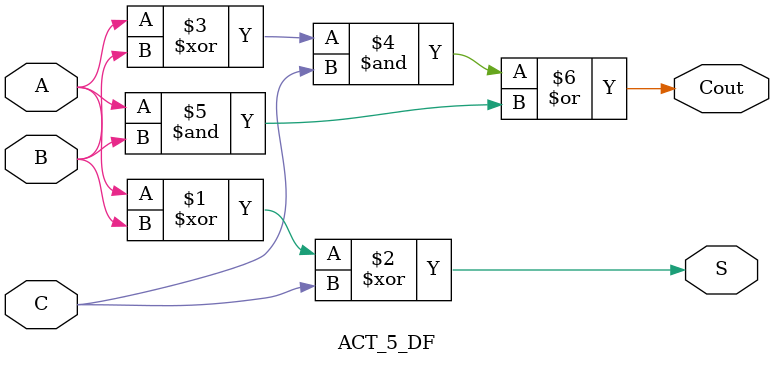
<source format=v>
module ACT_5_DF (S, Cout, A, B, C);
input A, B, C;
output S, Cout;
assign S = (A^B)^C;
assign Cout = ((A^B)&C) | (A&B);
endmodule
</source>
